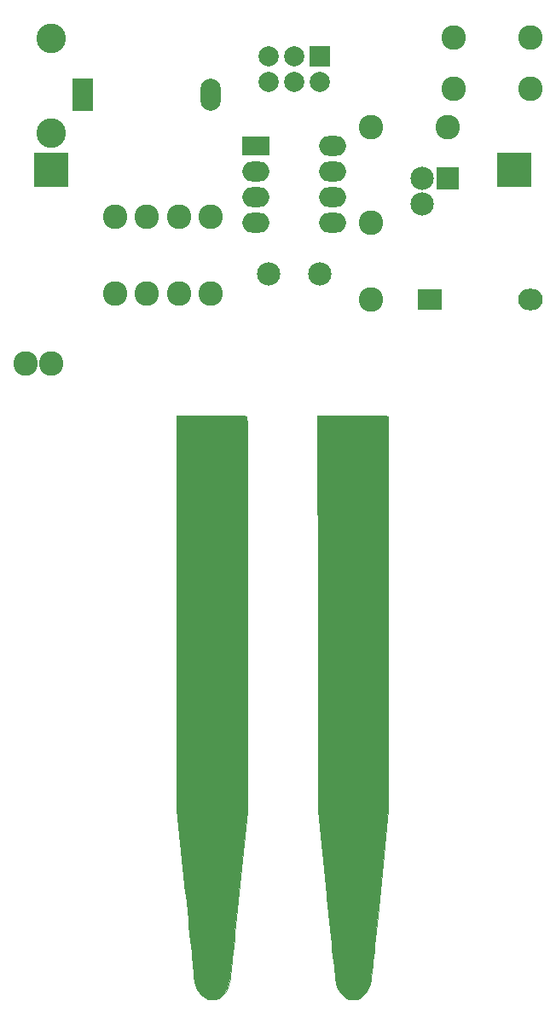
<source format=gbr>
G04 #@! TF.GenerationSoftware,KiCad,Pcbnew,(5.1.0)-1*
G04 #@! TF.CreationDate,2020-04-16T11:46:00+01:00*
G04 #@! TF.ProjectId,SolarSoilSensor,536f6c61-7253-46f6-996c-53656e736f72,rev?*
G04 #@! TF.SameCoordinates,PX5faea10PY77e7cd0*
G04 #@! TF.FileFunction,Soldermask,Bot*
G04 #@! TF.FilePolarity,Negative*
%FSLAX46Y46*%
G04 Gerber Fmt 4.6, Leading zero omitted, Abs format (unit mm)*
G04 Created by KiCad (PCBNEW (5.1.0)-1) date 2020-04-16 11:46:00*
%MOMM*%
%LPD*%
G04 APERTURE LIST*
%ADD10C,0.010000*%
%ADD11C,2.432000*%
%ADD12R,2.432000X2.127200*%
%ADD13O,2.432000X2.127200*%
%ADD14R,3.400000X3.400000*%
%ADD15C,1.924000*%
%ADD16R,2.000000X3.200000*%
%ADD17O,2.000000X3.200000*%
%ADD18C,2.940000*%
%ADD19O,2.686000X1.974800*%
%ADD20R,2.686000X1.974800*%
%ADD21C,2.000200*%
%ADD22R,2.000200X2.000200*%
%ADD23R,2.305000X2.305000*%
%ADD24C,2.305000*%
G04 APERTURE END LIST*
D10*
G36*
X40030948Y-42373D02*
G01*
X40570598Y-42583D01*
X41036714Y-43097D01*
X41434863Y-44049D01*
X41770611Y-45572D01*
X42049525Y-47802D01*
X42277171Y-50873D01*
X42459115Y-54918D01*
X42600925Y-60071D01*
X42708167Y-66467D01*
X42786406Y-74241D01*
X42841211Y-83525D01*
X42878146Y-94454D01*
X42902779Y-107162D01*
X42920676Y-121784D01*
X42926000Y-127000D01*
X42932657Y-134160D01*
X42938956Y-143489D01*
X42944906Y-157276D01*
X42950517Y-177811D01*
X42955800Y-207384D01*
X42960764Y-248284D01*
X42965420Y-302801D01*
X42969776Y-373226D01*
X42973843Y-461846D01*
X42977632Y-570954D01*
X42981151Y-702837D01*
X42984411Y-859787D01*
X42987421Y-1044092D01*
X42990193Y-1258043D01*
X42992734Y-1503929D01*
X42995056Y-1784040D01*
X42997169Y-2100666D01*
X42999082Y-2456096D01*
X43000805Y-2852620D01*
X43002348Y-3292529D01*
X43003721Y-3778111D01*
X43004934Y-4311657D01*
X43005997Y-4895456D01*
X43006919Y-5531798D01*
X43007712Y-6222973D01*
X43008384Y-6971270D01*
X43008945Y-7778980D01*
X43009406Y-8648392D01*
X43009777Y-9581795D01*
X43010066Y-10581480D01*
X43010285Y-11649737D01*
X43010443Y-12788854D01*
X43010550Y-14001123D01*
X43010616Y-15288832D01*
X43010651Y-16654271D01*
X43010664Y-18099730D01*
X43010667Y-19627500D01*
X43010667Y-39135342D01*
X42185673Y-47243088D01*
X42101346Y-48070878D01*
X42018688Y-48880426D01*
X41938157Y-49667337D01*
X41860209Y-50427214D01*
X41785301Y-51155662D01*
X41713890Y-51848284D01*
X41646433Y-52500685D01*
X41583386Y-53108469D01*
X41525207Y-53667241D01*
X41472352Y-54172603D01*
X41425278Y-54620160D01*
X41384442Y-55005517D01*
X41350300Y-55324277D01*
X41323310Y-55572045D01*
X41303928Y-55744425D01*
X41292611Y-55837020D01*
X41292521Y-55837667D01*
X41256423Y-56062990D01*
X41212837Y-56286513D01*
X41168055Y-56477933D01*
X41138726Y-56578500D01*
X40974997Y-56964972D01*
X40765440Y-57298333D01*
X40516789Y-57572486D01*
X40235780Y-57781337D01*
X39929151Y-57918790D01*
X39603637Y-57978748D01*
X39590611Y-57979435D01*
X39421291Y-57981450D01*
X39266711Y-57973050D01*
X39174534Y-57958994D01*
X38859347Y-57835466D01*
X38567670Y-57638568D01*
X38307497Y-57378161D01*
X38086822Y-57064107D01*
X37913638Y-56706268D01*
X37795940Y-56314506D01*
X37781021Y-56239833D01*
X37770451Y-56164049D01*
X37751715Y-56008270D01*
X37725263Y-55776729D01*
X37691544Y-55473658D01*
X37651008Y-55103288D01*
X37604105Y-54669854D01*
X37551283Y-54177586D01*
X37492992Y-53630717D01*
X37429683Y-53033480D01*
X37361804Y-52390107D01*
X37289804Y-51704830D01*
X37214135Y-50981881D01*
X37135244Y-50225494D01*
X37053581Y-49439900D01*
X36969597Y-48629331D01*
X36883740Y-47798020D01*
X36861543Y-47582667D01*
X36004500Y-39264167D01*
X35993781Y-19653250D01*
X35983063Y-42333D01*
X39412198Y-42333D01*
X40030948Y-42373D01*
X40030948Y-42373D01*
G37*
X40030948Y-42373D02*
X40570598Y-42583D01*
X41036714Y-43097D01*
X41434863Y-44049D01*
X41770611Y-45572D01*
X42049525Y-47802D01*
X42277171Y-50873D01*
X42459115Y-54918D01*
X42600925Y-60071D01*
X42708167Y-66467D01*
X42786406Y-74241D01*
X42841211Y-83525D01*
X42878146Y-94454D01*
X42902779Y-107162D01*
X42920676Y-121784D01*
X42926000Y-127000D01*
X42932657Y-134160D01*
X42938956Y-143489D01*
X42944906Y-157276D01*
X42950517Y-177811D01*
X42955800Y-207384D01*
X42960764Y-248284D01*
X42965420Y-302801D01*
X42969776Y-373226D01*
X42973843Y-461846D01*
X42977632Y-570954D01*
X42981151Y-702837D01*
X42984411Y-859787D01*
X42987421Y-1044092D01*
X42990193Y-1258043D01*
X42992734Y-1503929D01*
X42995056Y-1784040D01*
X42997169Y-2100666D01*
X42999082Y-2456096D01*
X43000805Y-2852620D01*
X43002348Y-3292529D01*
X43003721Y-3778111D01*
X43004934Y-4311657D01*
X43005997Y-4895456D01*
X43006919Y-5531798D01*
X43007712Y-6222973D01*
X43008384Y-6971270D01*
X43008945Y-7778980D01*
X43009406Y-8648392D01*
X43009777Y-9581795D01*
X43010066Y-10581480D01*
X43010285Y-11649737D01*
X43010443Y-12788854D01*
X43010550Y-14001123D01*
X43010616Y-15288832D01*
X43010651Y-16654271D01*
X43010664Y-18099730D01*
X43010667Y-19627500D01*
X43010667Y-39135342D01*
X42185673Y-47243088D01*
X42101346Y-48070878D01*
X42018688Y-48880426D01*
X41938157Y-49667337D01*
X41860209Y-50427214D01*
X41785301Y-51155662D01*
X41713890Y-51848284D01*
X41646433Y-52500685D01*
X41583386Y-53108469D01*
X41525207Y-53667241D01*
X41472352Y-54172603D01*
X41425278Y-54620160D01*
X41384442Y-55005517D01*
X41350300Y-55324277D01*
X41323310Y-55572045D01*
X41303928Y-55744425D01*
X41292611Y-55837020D01*
X41292521Y-55837667D01*
X41256423Y-56062990D01*
X41212837Y-56286513D01*
X41168055Y-56477933D01*
X41138726Y-56578500D01*
X40974997Y-56964972D01*
X40765440Y-57298333D01*
X40516789Y-57572486D01*
X40235780Y-57781337D01*
X39929151Y-57918790D01*
X39603637Y-57978748D01*
X39590611Y-57979435D01*
X39421291Y-57981450D01*
X39266711Y-57973050D01*
X39174534Y-57958994D01*
X38859347Y-57835466D01*
X38567670Y-57638568D01*
X38307497Y-57378161D01*
X38086822Y-57064107D01*
X37913638Y-56706268D01*
X37795940Y-56314506D01*
X37781021Y-56239833D01*
X37770451Y-56164049D01*
X37751715Y-56008270D01*
X37725263Y-55776729D01*
X37691544Y-55473658D01*
X37651008Y-55103288D01*
X37604105Y-54669854D01*
X37551283Y-54177586D01*
X37492992Y-53630717D01*
X37429683Y-53033480D01*
X37361804Y-52390107D01*
X37289804Y-51704830D01*
X37214135Y-50981881D01*
X37135244Y-50225494D01*
X37053581Y-49439900D01*
X36969597Y-48629331D01*
X36883740Y-47798020D01*
X36861543Y-47582667D01*
X36004500Y-39264167D01*
X35993781Y-19653250D01*
X35983063Y-42333D01*
X39412198Y-42333D01*
X40030948Y-42373D01*
G36*
X25435842Y-52183D02*
G01*
X26070675Y-54489D01*
X26625918Y-57000D01*
X27106649Y-59818D01*
X27517942Y-63044D01*
X27864876Y-66779D01*
X28152526Y-71123D01*
X28385969Y-76177D01*
X28570282Y-82042D01*
X28710542Y-88820D01*
X28811825Y-96611D01*
X28879207Y-105516D01*
X28917766Y-115635D01*
X28928342Y-121600D01*
X28933849Y-130139D01*
X28939061Y-147869D01*
X28943986Y-177048D01*
X28948633Y-219934D01*
X28953009Y-278786D01*
X28957122Y-355861D01*
X28960980Y-453418D01*
X28964592Y-573714D01*
X28967965Y-719009D01*
X28971108Y-891559D01*
X28974028Y-1093624D01*
X28976734Y-1327461D01*
X28979234Y-1595328D01*
X28981535Y-1899484D01*
X28983647Y-2242187D01*
X28985576Y-2625694D01*
X28987330Y-3052265D01*
X28988919Y-3524156D01*
X28990350Y-4043627D01*
X28991631Y-4612934D01*
X28992770Y-5234338D01*
X28993775Y-5910095D01*
X28994655Y-6642463D01*
X28995417Y-7433702D01*
X28996069Y-8286068D01*
X28996619Y-9201821D01*
X28997076Y-10183218D01*
X28997447Y-11232517D01*
X28997741Y-12351976D01*
X28997966Y-13543854D01*
X28998129Y-14810409D01*
X28998239Y-16153899D01*
X28998304Y-17576582D01*
X28998331Y-19080716D01*
X28998334Y-19743583D01*
X28998334Y-39307466D01*
X28171963Y-47413816D01*
X28087558Y-48240754D01*
X28004854Y-49049009D01*
X27924305Y-49834216D01*
X27846368Y-50592011D01*
X27771496Y-51318032D01*
X27700146Y-52007914D01*
X27632772Y-52657294D01*
X27569831Y-53261808D01*
X27511777Y-53817092D01*
X27459065Y-54318783D01*
X27412151Y-54762517D01*
X27371489Y-55143929D01*
X27337537Y-55458658D01*
X27310747Y-55702337D01*
X27291577Y-55870605D01*
X27280480Y-55959097D01*
X27280331Y-55960109D01*
X27176906Y-56452526D01*
X27022589Y-56883013D01*
X26818729Y-57249343D01*
X26566678Y-57549287D01*
X26267785Y-57780614D01*
X26132399Y-57854918D01*
X25870779Y-57947061D01*
X25579000Y-57990354D01*
X25287868Y-57983150D01*
X25028186Y-57923800D01*
X25005767Y-57915188D01*
X24684765Y-57741817D01*
X24397506Y-57495997D01*
X24151468Y-57185767D01*
X23954128Y-56819168D01*
X23927669Y-56756057D01*
X23847925Y-56526655D01*
X23779903Y-56271768D01*
X23730884Y-56023588D01*
X23708148Y-55814310D01*
X23707402Y-55782038D01*
X23703038Y-55724167D01*
X23690376Y-55586222D01*
X23669834Y-55372346D01*
X23641833Y-55086683D01*
X23606791Y-54733375D01*
X23565127Y-54316564D01*
X23517261Y-53840395D01*
X23463611Y-53309010D01*
X23404598Y-52726552D01*
X23340640Y-52097164D01*
X23272156Y-51424989D01*
X23199565Y-50714170D01*
X23123287Y-49968850D01*
X23043742Y-49193172D01*
X22961347Y-48391278D01*
X22876523Y-47567312D01*
X22860000Y-47406997D01*
X22013334Y-39193418D01*
X22013334Y-40866D01*
X25435842Y-52183D01*
X25435842Y-52183D01*
G37*
X25435842Y-52183D02*
X26070675Y-54489D01*
X26625918Y-57000D01*
X27106649Y-59818D01*
X27517942Y-63044D01*
X27864876Y-66779D01*
X28152526Y-71123D01*
X28385969Y-76177D01*
X28570282Y-82042D01*
X28710542Y-88820D01*
X28811825Y-96611D01*
X28879207Y-105516D01*
X28917766Y-115635D01*
X28928342Y-121600D01*
X28933849Y-130139D01*
X28939061Y-147869D01*
X28943986Y-177048D01*
X28948633Y-219934D01*
X28953009Y-278786D01*
X28957122Y-355861D01*
X28960980Y-453418D01*
X28964592Y-573714D01*
X28967965Y-719009D01*
X28971108Y-891559D01*
X28974028Y-1093624D01*
X28976734Y-1327461D01*
X28979234Y-1595328D01*
X28981535Y-1899484D01*
X28983647Y-2242187D01*
X28985576Y-2625694D01*
X28987330Y-3052265D01*
X28988919Y-3524156D01*
X28990350Y-4043627D01*
X28991631Y-4612934D01*
X28992770Y-5234338D01*
X28993775Y-5910095D01*
X28994655Y-6642463D01*
X28995417Y-7433702D01*
X28996069Y-8286068D01*
X28996619Y-9201821D01*
X28997076Y-10183218D01*
X28997447Y-11232517D01*
X28997741Y-12351976D01*
X28997966Y-13543854D01*
X28998129Y-14810409D01*
X28998239Y-16153899D01*
X28998304Y-17576582D01*
X28998331Y-19080716D01*
X28998334Y-19743583D01*
X28998334Y-39307466D01*
X28171963Y-47413816D01*
X28087558Y-48240754D01*
X28004854Y-49049009D01*
X27924305Y-49834216D01*
X27846368Y-50592011D01*
X27771496Y-51318032D01*
X27700146Y-52007914D01*
X27632772Y-52657294D01*
X27569831Y-53261808D01*
X27511777Y-53817092D01*
X27459065Y-54318783D01*
X27412151Y-54762517D01*
X27371489Y-55143929D01*
X27337537Y-55458658D01*
X27310747Y-55702337D01*
X27291577Y-55870605D01*
X27280480Y-55959097D01*
X27280331Y-55960109D01*
X27176906Y-56452526D01*
X27022589Y-56883013D01*
X26818729Y-57249343D01*
X26566678Y-57549287D01*
X26267785Y-57780614D01*
X26132399Y-57854918D01*
X25870779Y-57947061D01*
X25579000Y-57990354D01*
X25287868Y-57983150D01*
X25028186Y-57923800D01*
X25005767Y-57915188D01*
X24684765Y-57741817D01*
X24397506Y-57495997D01*
X24151468Y-57185767D01*
X23954128Y-56819168D01*
X23927669Y-56756057D01*
X23847925Y-56526655D01*
X23779903Y-56271768D01*
X23730884Y-56023588D01*
X23708148Y-55814310D01*
X23707402Y-55782038D01*
X23703038Y-55724167D01*
X23690376Y-55586222D01*
X23669834Y-55372346D01*
X23641833Y-55086683D01*
X23606791Y-54733375D01*
X23565127Y-54316564D01*
X23517261Y-53840395D01*
X23463611Y-53309010D01*
X23404598Y-52726552D01*
X23340640Y-52097164D01*
X23272156Y-51424989D01*
X23199565Y-50714170D01*
X23123287Y-49968850D01*
X23043742Y-49193172D01*
X22961347Y-48391278D01*
X22876523Y-47567312D01*
X22860000Y-47406997D01*
X22013334Y-39193418D01*
X22013334Y-40866D01*
X25435842Y-52183D01*
D11*
X19050000Y19685000D03*
X19050000Y12065000D03*
X22225000Y12065000D03*
X22225000Y19685000D03*
X25400000Y12065000D03*
X25400000Y19685000D03*
X41275000Y19050000D03*
X41275000Y11430000D03*
X41275000Y28575000D03*
X48895000Y28575000D03*
X15875000Y19685000D03*
X15875000Y12065000D03*
D12*
X47150000Y11430000D03*
D13*
X57150000Y11430000D03*
D14*
X55515000Y24370000D03*
X9515000Y24370000D03*
D15*
X37385000Y-1390000D03*
X27385000Y-1390000D03*
D16*
X12700000Y31750000D03*
D17*
X25400000Y31750000D03*
D18*
X9525000Y37338000D03*
X9525000Y27940000D03*
D11*
X6985000Y5080000D03*
X9525000Y5080000D03*
D19*
X37465000Y26670000D03*
X37465000Y24130000D03*
X37465000Y21590000D03*
X37465000Y19050000D03*
X29845000Y19050000D03*
X29845000Y21590000D03*
X29845000Y24130000D03*
D20*
X29845000Y26670000D03*
D21*
X31115000Y33020000D03*
X31115000Y35560000D03*
X33655000Y33020000D03*
X33655000Y35560000D03*
X36195000Y33020000D03*
D22*
X36195000Y35560000D03*
D23*
X48895000Y23495000D03*
D24*
X46355000Y23495000D03*
X46355000Y20955000D03*
D11*
X57150000Y37465000D03*
X57150000Y32385000D03*
X49530000Y37465000D03*
X49530000Y32385000D03*
D24*
X36195000Y13970000D03*
X31115000Y13970000D03*
M02*

</source>
